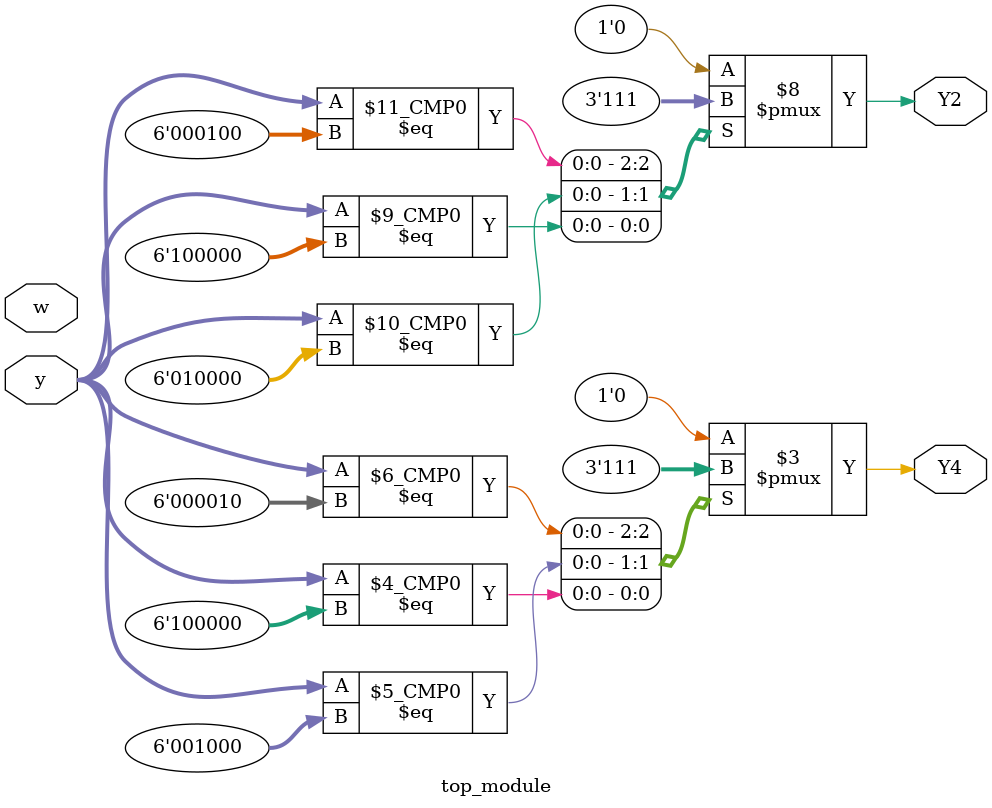
<source format=sv>
module top_module (
	input [6:1] y,
	input w,
	output reg Y2,
	output reg Y4
);

	always @ (*) begin
		case(y)
			6'b000001: begin Y2 = 0; Y4 = 0; end
			6'b000010: begin Y2 = 0; Y4 = 1; end
			6'b000100: begin Y2 = 1; Y4 = 0; end
			6'b001000: begin Y2 = 0; Y4 = 1; end
			6'b010000: begin Y2 = 1; Y4 = 0; end
			6'b100000: begin Y2 = 1; Y4 = 1; end
			default: begin Y2 = 0; Y4 = 0; end
		endcase
	end
endmodule

</source>
